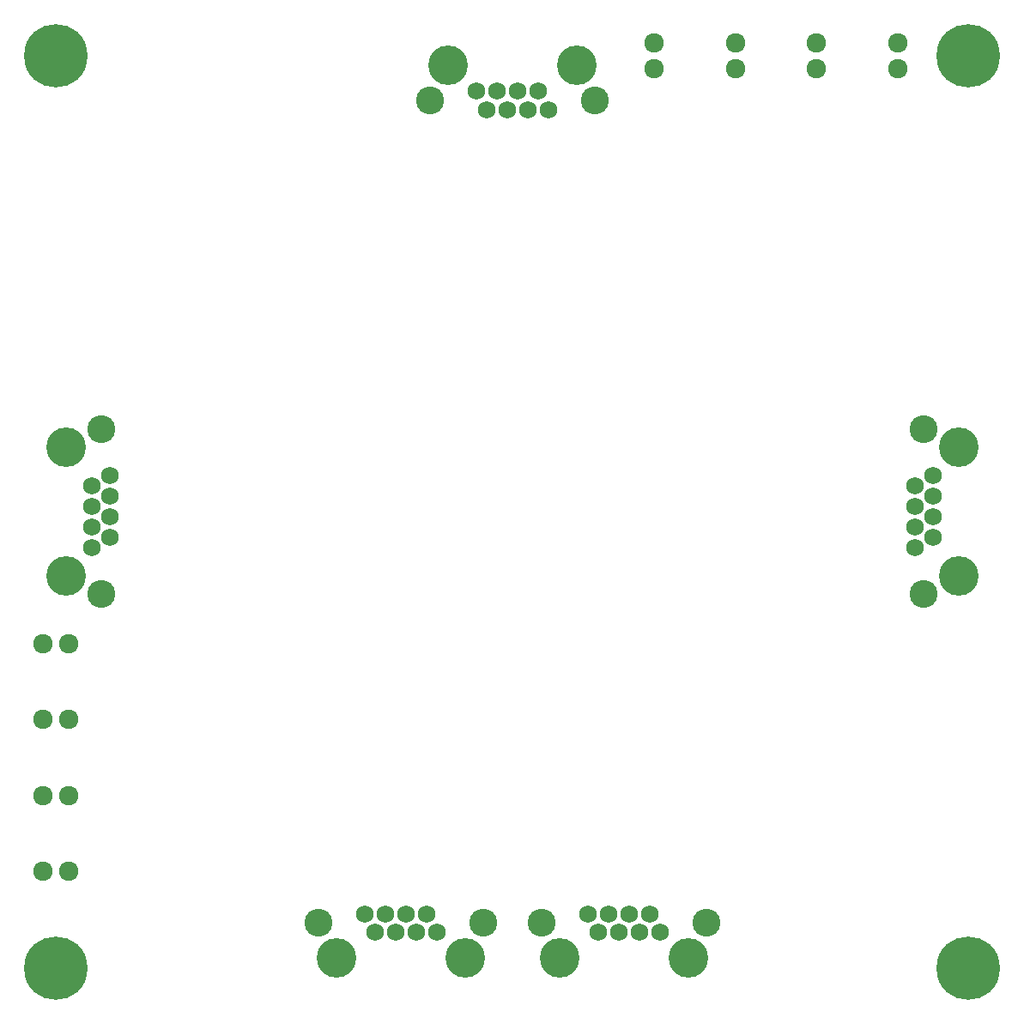
<source format=gbs>
G04 (created by PCBNEW (2013-07-07 BZR 4022)-stable) date 9/18/2013 12:44:27*
%MOIN*%
G04 Gerber Fmt 3.4, Leading zero omitted, Abs format*
%FSLAX34Y34*%
G01*
G70*
G90*
G04 APERTURE LIST*
%ADD10C,0.00590551*%
%ADD11C,0.153543*%
%ADD12C,0.0689425*%
%ADD13C,0.108268*%
%ADD14C,0.0758425*%
%ADD15C,0.246063*%
G04 APERTURE END LIST*
G54D10*
G54D11*
X26515Y-44881D03*
X21515Y-44881D03*
G54D12*
X25421Y-43881D03*
X25019Y-43181D03*
X24618Y-43881D03*
X24216Y-43181D03*
X23814Y-43881D03*
X23413Y-43181D03*
X23011Y-43881D03*
X22610Y-43181D03*
G54D13*
X27216Y-43531D03*
X20814Y-43531D03*
G54D11*
X45669Y-25059D03*
X45669Y-30059D03*
G54D12*
X44669Y-26153D03*
X43968Y-26555D03*
X44669Y-26956D03*
X43968Y-27358D03*
X44669Y-27759D03*
X43968Y-28161D03*
X44669Y-28562D03*
X43968Y-28964D03*
G54D13*
X44318Y-24358D03*
X44318Y-30759D03*
G54D11*
X11023Y-30059D03*
X11023Y-25059D03*
G54D12*
X12023Y-28964D03*
X12724Y-28562D03*
X12023Y-28161D03*
X12724Y-27759D03*
X12023Y-27358D03*
X12724Y-26956D03*
X12023Y-26555D03*
X12724Y-26153D03*
G54D13*
X12374Y-30759D03*
X12374Y-24358D03*
G54D11*
X25846Y-10236D03*
X30846Y-10236D03*
G54D12*
X26940Y-11236D03*
X27342Y-11937D03*
X27744Y-11236D03*
X28145Y-11937D03*
X28547Y-11236D03*
X28948Y-11937D03*
X29350Y-11236D03*
X29751Y-11937D03*
G54D13*
X25145Y-11586D03*
X31547Y-11586D03*
G54D11*
X35177Y-44881D03*
X30177Y-44881D03*
G54D12*
X34082Y-43881D03*
X33681Y-43181D03*
X33279Y-43881D03*
X32877Y-43181D03*
X32476Y-43881D03*
X32074Y-43181D03*
X31673Y-43881D03*
X31271Y-43181D03*
G54D13*
X35877Y-43531D03*
X29476Y-43531D03*
G54D14*
X33858Y-10342D03*
X33858Y-9342D03*
X37007Y-10342D03*
X37007Y-9342D03*
X40157Y-10342D03*
X40157Y-9342D03*
X43307Y-10342D03*
X43307Y-9342D03*
G54D15*
X10629Y-9842D03*
X46062Y-9842D03*
X46062Y-45275D03*
X10629Y-45275D03*
G54D14*
X10129Y-32677D03*
X11129Y-32677D03*
X10129Y-35629D03*
X11129Y-35629D03*
X10129Y-38582D03*
X11129Y-38582D03*
X10129Y-41535D03*
X11129Y-41535D03*
M02*

</source>
